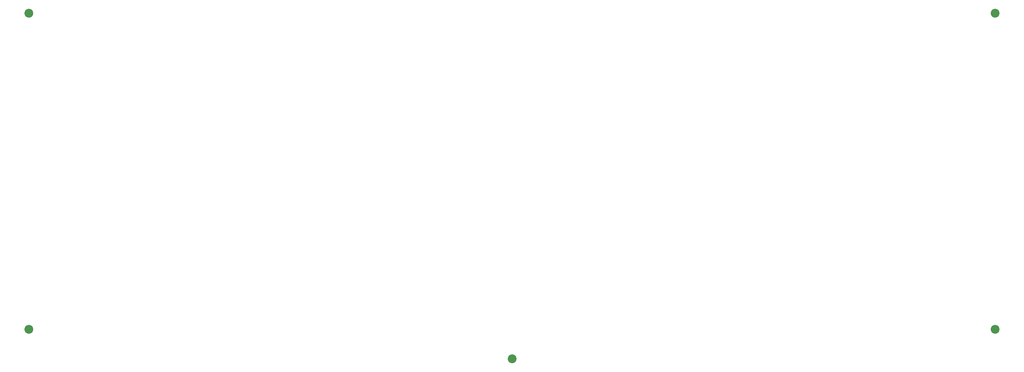
<source format=gbr>
G04 #@! TF.GenerationSoftware,KiCad,Pcbnew,8.0.2-1*
G04 #@! TF.CreationDate,2024-07-03T19:49:40+09:00*
G04 #@! TF.ProjectId,lagoon,6c61676f-6f6e-42e6-9b69-6361645f7063,rev?*
G04 #@! TF.SameCoordinates,Original*
G04 #@! TF.FileFunction,Soldermask,Top*
G04 #@! TF.FilePolarity,Negative*
%FSLAX46Y46*%
G04 Gerber Fmt 4.6, Leading zero omitted, Abs format (unit mm)*
G04 Created by KiCad (PCBNEW 8.0.2-1) date 2024-07-03 19:49:40*
%MOMM*%
%LPD*%
G01*
G04 APERTURE LIST*
%ADD10C,2.200000*%
G04 APERTURE END LIST*
D10*
X16668750Y-16668750D03*
X137192421Y-102985806D03*
X257560945Y-95631249D03*
X16668750Y-95631249D03*
X257554244Y-16668750D03*
M02*

</source>
